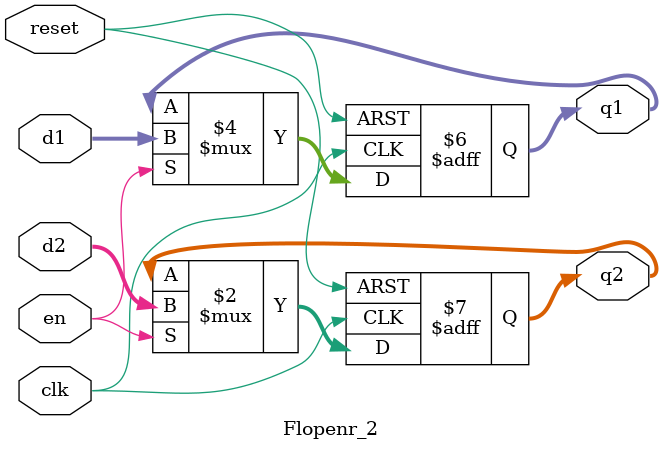
<source format=v>
module Flopenr_2 #(parameter WIDTH = 8)
  (input clk, reset,
   input en,
   input [WIDTH-1:0] d1, d2,
   output reg [WIDTH-1:0] q1, q2);

  always @(posedge clk, posedge reset)
    begin
      if (reset) begin q1 <= 0; q2 <= 0; end
      else if (en) begin q1 <= d1; q2 <= d2; end
    end

endmodule
</source>
